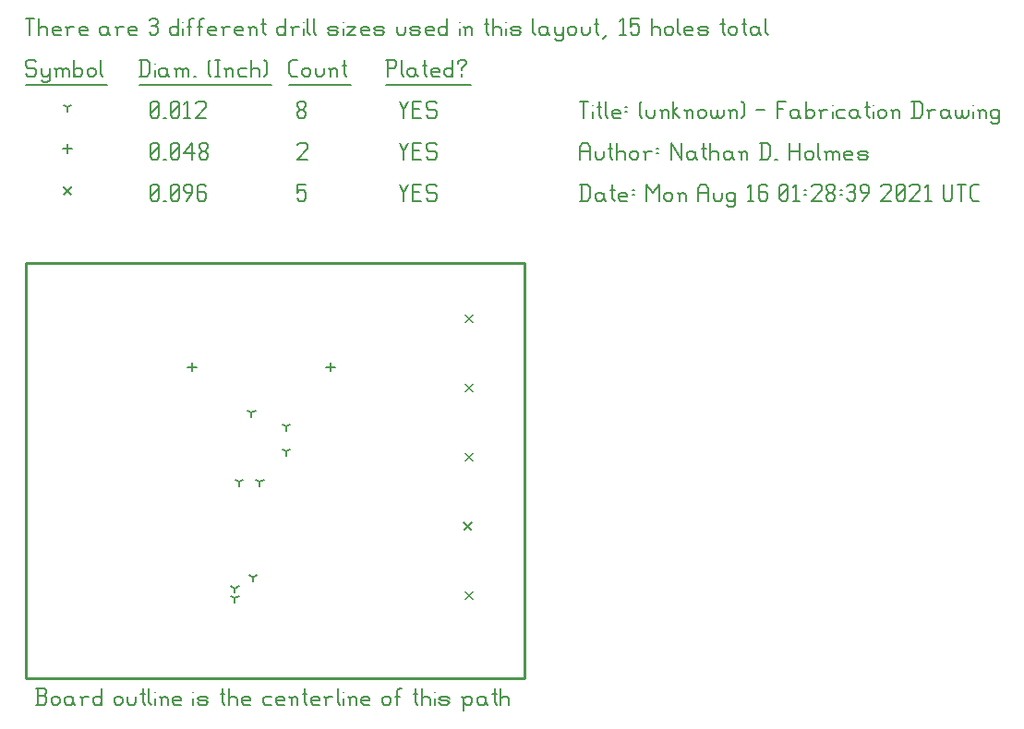
<source format=gbr>
G04 start of page 12 for group -3984 idx -3984 *
G04 Title: (unknown), fab *
G04 Creator: pcb 4.0.2 *
G04 CreationDate: Mon Aug 16 01:28:39 2021 UTC *
G04 For: ndholmes *
G04 Format: Gerber/RS-274X *
G04 PCB-Dimensions (mil): 1800.00 1500.00 *
G04 PCB-Coordinate-Origin: lower left *
%MOIN*%
%FSLAX25Y25*%
%LNFAB*%
%ADD46C,0.0100*%
%ADD45C,0.0075*%
%ADD44C,0.0060*%
%ADD43C,0.0001*%
G54D43*G36*
X158800Y81766D02*X161766Y78800D01*
X161200Y78234D01*
X158234Y81200D01*
X158800Y81766D01*
G37*
G36*
X158234Y78800D02*X161200Y81766D01*
X161766Y81200D01*
X158800Y78234D01*
X158234Y78800D01*
G37*
G36*
X158800Y31766D02*X161766Y28800D01*
X161200Y28234D01*
X158234Y31200D01*
X158800Y31766D01*
G37*
G36*
X158234Y28800D02*X161200Y31766D01*
X161766Y31200D01*
X158800Y28234D01*
X158234Y28800D01*
G37*
G36*
X158300Y56766D02*X161266Y53800D01*
X160700Y53234D01*
X157734Y56200D01*
X158300Y56766D01*
G37*
G36*
X157734Y53800D02*X160700Y56766D01*
X161266Y56200D01*
X158300Y53234D01*
X157734Y53800D01*
G37*
G36*
X158800Y106766D02*X161766Y103800D01*
X161200Y103234D01*
X158234Y106200D01*
X158800Y106766D01*
G37*
G36*
X158234Y103800D02*X161200Y106766D01*
X161766Y106200D01*
X158800Y103234D01*
X158234Y103800D01*
G37*
G36*
X158800Y131766D02*X161766Y128800D01*
X161200Y128234D01*
X158234Y131200D01*
X158800Y131766D01*
G37*
G36*
X158234Y128800D02*X161200Y131766D01*
X161766Y131200D01*
X158800Y128234D01*
X158234Y128800D01*
G37*
G36*
X13800Y178016D02*X16766Y175050D01*
X16200Y174484D01*
X13234Y177450D01*
X13800Y178016D01*
G37*
G36*
X13234Y175050D02*X16200Y178016D01*
X16766Y177450D01*
X13800Y174484D01*
X13234Y175050D01*
G37*
G54D44*X135000Y178500D02*X136500Y175500D01*
X138000Y178500D01*
X136500Y175500D02*Y172500D01*
X139800Y175800D02*X142050D01*
X139800Y172500D02*X142800D01*
X139800Y178500D02*Y172500D01*
Y178500D02*X142800D01*
X147600D02*X148350Y177750D01*
X145350Y178500D02*X147600D01*
X144600Y177750D02*X145350Y178500D01*
X144600Y177750D02*Y176250D01*
X145350Y175500D01*
X147600D01*
X148350Y174750D01*
Y173250D01*
X147600Y172500D02*X148350Y173250D01*
X145350Y172500D02*X147600D01*
X144600Y173250D02*X145350Y172500D01*
X98000Y178500D02*X101000D01*
X98000D02*Y175500D01*
X98750Y176250D01*
X100250D01*
X101000Y175500D01*
Y173250D01*
X100250Y172500D02*X101000Y173250D01*
X98750Y172500D02*X100250D01*
X98000Y173250D02*X98750Y172500D01*
X45000Y173250D02*X45750Y172500D01*
X45000Y177750D02*Y173250D01*
Y177750D02*X45750Y178500D01*
X47250D01*
X48000Y177750D01*
Y173250D01*
X47250Y172500D02*X48000Y173250D01*
X45750Y172500D02*X47250D01*
X45000Y174000D02*X48000Y177000D01*
X49800Y172500D02*X50550D01*
X52350Y173250D02*X53100Y172500D01*
X52350Y177750D02*Y173250D01*
Y177750D02*X53100Y178500D01*
X54600D01*
X55350Y177750D01*
Y173250D01*
X54600Y172500D02*X55350Y173250D01*
X53100Y172500D02*X54600D01*
X52350Y174000D02*X55350Y177000D01*
X57900Y172500D02*X60150Y175500D01*
Y177750D02*Y175500D01*
X59400Y178500D02*X60150Y177750D01*
X57900Y178500D02*X59400D01*
X57150Y177750D02*X57900Y178500D01*
X57150Y177750D02*Y176250D01*
X57900Y175500D01*
X60150D01*
X64200Y178500D02*X64950Y177750D01*
X62700Y178500D02*X64200D01*
X61950Y177750D02*X62700Y178500D01*
X61950Y177750D02*Y173250D01*
X62700Y172500D01*
X64200Y175800D02*X64950Y175050D01*
X61950Y175800D02*X64200D01*
X62700Y172500D02*X64200D01*
X64950Y173250D01*
Y175050D02*Y173250D01*
X110000Y114100D02*Y110900D01*
X108400Y112500D02*X111600D01*
X60000Y114100D02*Y110900D01*
X58400Y112500D02*X61600D01*
X15000Y192850D02*Y189650D01*
X13400Y191250D02*X16600D01*
X135000Y193500D02*X136500Y190500D01*
X138000Y193500D01*
X136500Y190500D02*Y187500D01*
X139800Y190800D02*X142050D01*
X139800Y187500D02*X142800D01*
X139800Y193500D02*Y187500D01*
Y193500D02*X142800D01*
X147600D02*X148350Y192750D01*
X145350Y193500D02*X147600D01*
X144600Y192750D02*X145350Y193500D01*
X144600Y192750D02*Y191250D01*
X145350Y190500D01*
X147600D01*
X148350Y189750D01*
Y188250D01*
X147600Y187500D02*X148350Y188250D01*
X145350Y187500D02*X147600D01*
X144600Y188250D02*X145350Y187500D01*
X98000Y192750D02*X98750Y193500D01*
X101000D01*
X101750Y192750D01*
Y191250D01*
X98000Y187500D02*X101750Y191250D01*
X98000Y187500D02*X101750D01*
X45000Y188250D02*X45750Y187500D01*
X45000Y192750D02*Y188250D01*
Y192750D02*X45750Y193500D01*
X47250D01*
X48000Y192750D01*
Y188250D01*
X47250Y187500D02*X48000Y188250D01*
X45750Y187500D02*X47250D01*
X45000Y189000D02*X48000Y192000D01*
X49800Y187500D02*X50550D01*
X52350Y188250D02*X53100Y187500D01*
X52350Y192750D02*Y188250D01*
Y192750D02*X53100Y193500D01*
X54600D01*
X55350Y192750D01*
Y188250D01*
X54600Y187500D02*X55350Y188250D01*
X53100Y187500D02*X54600D01*
X52350Y189000D02*X55350Y192000D01*
X57150Y189750D02*X60150Y193500D01*
X57150Y189750D02*X60900D01*
X60150Y193500D02*Y187500D01*
X62700Y188250D02*X63450Y187500D01*
X62700Y189450D02*Y188250D01*
Y189450D02*X63750Y190500D01*
X64650D01*
X65700Y189450D01*
Y188250D01*
X64950Y187500D02*X65700Y188250D01*
X63450Y187500D02*X64950D01*
X62700Y191550D02*X63750Y190500D01*
X62700Y192750D02*Y191550D01*
Y192750D02*X63450Y193500D01*
X64950D01*
X65700Y192750D01*
Y191550D01*
X64650Y190500D02*X65700Y191550D01*
X81500Y96000D02*Y94400D01*
Y96000D02*X82887Y96800D01*
X81500Y96000D02*X80113Y96800D01*
X94000Y82000D02*Y80400D01*
Y82000D02*X95387Y82800D01*
X94000Y82000D02*X92613Y82800D01*
X94000Y91000D02*Y89400D01*
Y91000D02*X95387Y91800D01*
X94000Y91000D02*X92613Y91800D01*
X84500Y71000D02*Y69400D01*
Y71000D02*X85887Y71800D01*
X84500Y71000D02*X83113Y71800D01*
X77000Y71000D02*Y69400D01*
Y71000D02*X78387Y71800D01*
X77000Y71000D02*X75613Y71800D01*
X82000Y36500D02*Y34900D01*
Y36500D02*X83387Y37300D01*
X82000Y36500D02*X80613Y37300D01*
X75500Y32500D02*Y30900D01*
Y32500D02*X76887Y33300D01*
X75500Y32500D02*X74113Y33300D01*
X75500Y29000D02*Y27400D01*
Y29000D02*X76887Y29800D01*
X75500Y29000D02*X74113Y29800D01*
X15000Y206250D02*Y204650D01*
Y206250D02*X16387Y207050D01*
X15000Y206250D02*X13613Y207050D01*
X135000Y208500D02*X136500Y205500D01*
X138000Y208500D01*
X136500Y205500D02*Y202500D01*
X139800Y205800D02*X142050D01*
X139800Y202500D02*X142800D01*
X139800Y208500D02*Y202500D01*
Y208500D02*X142800D01*
X147600D02*X148350Y207750D01*
X145350Y208500D02*X147600D01*
X144600Y207750D02*X145350Y208500D01*
X144600Y207750D02*Y206250D01*
X145350Y205500D01*
X147600D01*
X148350Y204750D01*
Y203250D01*
X147600Y202500D02*X148350Y203250D01*
X145350Y202500D02*X147600D01*
X144600Y203250D02*X145350Y202500D01*
X98000Y203250D02*X98750Y202500D01*
X98000Y204450D02*Y203250D01*
Y204450D02*X99050Y205500D01*
X99950D01*
X101000Y204450D01*
Y203250D01*
X100250Y202500D02*X101000Y203250D01*
X98750Y202500D02*X100250D01*
X98000Y206550D02*X99050Y205500D01*
X98000Y207750D02*Y206550D01*
Y207750D02*X98750Y208500D01*
X100250D01*
X101000Y207750D01*
Y206550D01*
X99950Y205500D02*X101000Y206550D01*
X45000Y203250D02*X45750Y202500D01*
X45000Y207750D02*Y203250D01*
Y207750D02*X45750Y208500D01*
X47250D01*
X48000Y207750D01*
Y203250D01*
X47250Y202500D02*X48000Y203250D01*
X45750Y202500D02*X47250D01*
X45000Y204000D02*X48000Y207000D01*
X49800Y202500D02*X50550D01*
X52350Y203250D02*X53100Y202500D01*
X52350Y207750D02*Y203250D01*
Y207750D02*X53100Y208500D01*
X54600D01*
X55350Y207750D01*
Y203250D01*
X54600Y202500D02*X55350Y203250D01*
X53100Y202500D02*X54600D01*
X52350Y204000D02*X55350Y207000D01*
X57150Y207300D02*X58350Y208500D01*
Y202500D01*
X57150D02*X59400D01*
X61200Y207750D02*X61950Y208500D01*
X64200D01*
X64950Y207750D01*
Y206250D01*
X61200Y202500D02*X64950Y206250D01*
X61200Y202500D02*X64950D01*
X3000Y223500D02*X3750Y222750D01*
X750Y223500D02*X3000D01*
X0Y222750D02*X750Y223500D01*
X0Y222750D02*Y221250D01*
X750Y220500D01*
X3000D01*
X3750Y219750D01*
Y218250D01*
X3000Y217500D02*X3750Y218250D01*
X750Y217500D02*X3000D01*
X0Y218250D02*X750Y217500D01*
X5550Y220500D02*Y218250D01*
X6300Y217500D01*
X8550Y220500D02*Y216000D01*
X7800Y215250D02*X8550Y216000D01*
X6300Y215250D02*X7800D01*
X5550Y216000D02*X6300Y215250D01*
Y217500D02*X7800D01*
X8550Y218250D01*
X11100Y219750D02*Y217500D01*
Y219750D02*X11850Y220500D01*
X12600D01*
X13350Y219750D01*
Y217500D01*
Y219750D02*X14100Y220500D01*
X14850D01*
X15600Y219750D01*
Y217500D01*
X10350Y220500D02*X11100Y219750D01*
X17400Y223500D02*Y217500D01*
Y218250D02*X18150Y217500D01*
X19650D01*
X20400Y218250D01*
Y219750D02*Y218250D01*
X19650Y220500D02*X20400Y219750D01*
X18150Y220500D02*X19650D01*
X17400Y219750D02*X18150Y220500D01*
X22200Y219750D02*Y218250D01*
Y219750D02*X22950Y220500D01*
X24450D01*
X25200Y219750D01*
Y218250D01*
X24450Y217500D02*X25200Y218250D01*
X22950Y217500D02*X24450D01*
X22200Y218250D02*X22950Y217500D01*
X27000Y223500D02*Y218250D01*
X27750Y217500D01*
X0Y214250D02*X29250D01*
X41750Y223500D02*Y217500D01*
X43700Y223500D02*X44750Y222450D01*
Y218550D01*
X43700Y217500D02*X44750Y218550D01*
X41000Y217500D02*X43700D01*
X41000Y223500D02*X43700D01*
G54D45*X46550Y222000D02*Y221850D01*
G54D44*Y219750D02*Y217500D01*
X50300Y220500D02*X51050Y219750D01*
X48800Y220500D02*X50300D01*
X48050Y219750D02*X48800Y220500D01*
X48050Y219750D02*Y218250D01*
X48800Y217500D01*
X51050Y220500D02*Y218250D01*
X51800Y217500D01*
X48800D02*X50300D01*
X51050Y218250D01*
X54350Y219750D02*Y217500D01*
Y219750D02*X55100Y220500D01*
X55850D01*
X56600Y219750D01*
Y217500D01*
Y219750D02*X57350Y220500D01*
X58100D01*
X58850Y219750D01*
Y217500D01*
X53600Y220500D02*X54350Y219750D01*
X60650Y217500D02*X61400D01*
X65900Y218250D02*X66650Y217500D01*
X65900Y222750D02*X66650Y223500D01*
X65900Y222750D02*Y218250D01*
X68450Y223500D02*X69950D01*
X69200D02*Y217500D01*
X68450D02*X69950D01*
X72500Y219750D02*Y217500D01*
Y219750D02*X73250Y220500D01*
X74000D01*
X74750Y219750D01*
Y217500D01*
X71750Y220500D02*X72500Y219750D01*
X77300Y220500D02*X79550D01*
X76550Y219750D02*X77300Y220500D01*
X76550Y219750D02*Y218250D01*
X77300Y217500D01*
X79550D01*
X81350Y223500D02*Y217500D01*
Y219750D02*X82100Y220500D01*
X83600D01*
X84350Y219750D01*
Y217500D01*
X86150Y223500D02*X86900Y222750D01*
Y218250D01*
X86150Y217500D02*X86900Y218250D01*
X41000Y214250D02*X88700D01*
X96050Y217500D02*X98000D01*
X95000Y218550D02*X96050Y217500D01*
X95000Y222450D02*Y218550D01*
Y222450D02*X96050Y223500D01*
X98000D01*
X99800Y219750D02*Y218250D01*
Y219750D02*X100550Y220500D01*
X102050D01*
X102800Y219750D01*
Y218250D01*
X102050Y217500D02*X102800Y218250D01*
X100550Y217500D02*X102050D01*
X99800Y218250D02*X100550Y217500D01*
X104600Y220500D02*Y218250D01*
X105350Y217500D01*
X106850D01*
X107600Y218250D01*
Y220500D02*Y218250D01*
X110150Y219750D02*Y217500D01*
Y219750D02*X110900Y220500D01*
X111650D01*
X112400Y219750D01*
Y217500D01*
X109400Y220500D02*X110150Y219750D01*
X114950Y223500D02*Y218250D01*
X115700Y217500D01*
X114200Y221250D02*X115700D01*
X95000Y214250D02*X117200D01*
X130750Y223500D02*Y217500D01*
X130000Y223500D02*X133000D01*
X133750Y222750D01*
Y221250D01*
X133000Y220500D02*X133750Y221250D01*
X130750Y220500D02*X133000D01*
X135550Y223500D02*Y218250D01*
X136300Y217500D01*
X140050Y220500D02*X140800Y219750D01*
X138550Y220500D02*X140050D01*
X137800Y219750D02*X138550Y220500D01*
X137800Y219750D02*Y218250D01*
X138550Y217500D01*
X140800Y220500D02*Y218250D01*
X141550Y217500D01*
X138550D02*X140050D01*
X140800Y218250D01*
X144100Y223500D02*Y218250D01*
X144850Y217500D01*
X143350Y221250D02*X144850D01*
X147100Y217500D02*X149350D01*
X146350Y218250D02*X147100Y217500D01*
X146350Y219750D02*Y218250D01*
Y219750D02*X147100Y220500D01*
X148600D01*
X149350Y219750D01*
X146350Y219000D02*X149350D01*
Y219750D02*Y219000D01*
X154150Y223500D02*Y217500D01*
X153400D02*X154150Y218250D01*
X151900Y217500D02*X153400D01*
X151150Y218250D02*X151900Y217500D01*
X151150Y219750D02*Y218250D01*
Y219750D02*X151900Y220500D01*
X153400D01*
X154150Y219750D01*
X157450Y220500D02*Y219750D01*
Y218250D02*Y217500D01*
X155950Y222750D02*Y222000D01*
Y222750D02*X156700Y223500D01*
X158200D01*
X158950Y222750D01*
Y222000D01*
X157450Y220500D02*X158950Y222000D01*
X130000Y214250D02*X160750D01*
X0Y238500D02*X3000D01*
X1500D02*Y232500D01*
X4800Y238500D02*Y232500D01*
Y234750D02*X5550Y235500D01*
X7050D01*
X7800Y234750D01*
Y232500D01*
X10350D02*X12600D01*
X9600Y233250D02*X10350Y232500D01*
X9600Y234750D02*Y233250D01*
Y234750D02*X10350Y235500D01*
X11850D01*
X12600Y234750D01*
X9600Y234000D02*X12600D01*
Y234750D02*Y234000D01*
X15150Y234750D02*Y232500D01*
Y234750D02*X15900Y235500D01*
X17400D01*
X14400D02*X15150Y234750D01*
X19950Y232500D02*X22200D01*
X19200Y233250D02*X19950Y232500D01*
X19200Y234750D02*Y233250D01*
Y234750D02*X19950Y235500D01*
X21450D01*
X22200Y234750D01*
X19200Y234000D02*X22200D01*
Y234750D02*Y234000D01*
X28950Y235500D02*X29700Y234750D01*
X27450Y235500D02*X28950D01*
X26700Y234750D02*X27450Y235500D01*
X26700Y234750D02*Y233250D01*
X27450Y232500D01*
X29700Y235500D02*Y233250D01*
X30450Y232500D01*
X27450D02*X28950D01*
X29700Y233250D01*
X33000Y234750D02*Y232500D01*
Y234750D02*X33750Y235500D01*
X35250D01*
X32250D02*X33000Y234750D01*
X37800Y232500D02*X40050D01*
X37050Y233250D02*X37800Y232500D01*
X37050Y234750D02*Y233250D01*
Y234750D02*X37800Y235500D01*
X39300D01*
X40050Y234750D01*
X37050Y234000D02*X40050D01*
Y234750D02*Y234000D01*
X44550Y237750D02*X45300Y238500D01*
X46800D01*
X47550Y237750D01*
X46800Y232500D02*X47550Y233250D01*
X45300Y232500D02*X46800D01*
X44550Y233250D02*X45300Y232500D01*
Y235800D02*X46800D01*
X47550Y237750D02*Y236550D01*
Y235050D02*Y233250D01*
Y235050D02*X46800Y235800D01*
X47550Y236550D02*X46800Y235800D01*
X55050Y238500D02*Y232500D01*
X54300D02*X55050Y233250D01*
X52800Y232500D02*X54300D01*
X52050Y233250D02*X52800Y232500D01*
X52050Y234750D02*Y233250D01*
Y234750D02*X52800Y235500D01*
X54300D01*
X55050Y234750D01*
G54D45*X56850Y237000D02*Y236850D01*
G54D44*Y234750D02*Y232500D01*
X59100Y237750D02*Y232500D01*
Y237750D02*X59850Y238500D01*
X60600D01*
X58350Y235500D02*X59850D01*
X62850Y237750D02*Y232500D01*
Y237750D02*X63600Y238500D01*
X64350D01*
X62100Y235500D02*X63600D01*
X66600Y232500D02*X68850D01*
X65850Y233250D02*X66600Y232500D01*
X65850Y234750D02*Y233250D01*
Y234750D02*X66600Y235500D01*
X68100D01*
X68850Y234750D01*
X65850Y234000D02*X68850D01*
Y234750D02*Y234000D01*
X71400Y234750D02*Y232500D01*
Y234750D02*X72150Y235500D01*
X73650D01*
X70650D02*X71400Y234750D01*
X76200Y232500D02*X78450D01*
X75450Y233250D02*X76200Y232500D01*
X75450Y234750D02*Y233250D01*
Y234750D02*X76200Y235500D01*
X77700D01*
X78450Y234750D01*
X75450Y234000D02*X78450D01*
Y234750D02*Y234000D01*
X81000Y234750D02*Y232500D01*
Y234750D02*X81750Y235500D01*
X82500D01*
X83250Y234750D01*
Y232500D01*
X80250Y235500D02*X81000Y234750D01*
X85800Y238500D02*Y233250D01*
X86550Y232500D01*
X85050Y236250D02*X86550D01*
X93750Y238500D02*Y232500D01*
X93000D02*X93750Y233250D01*
X91500Y232500D02*X93000D01*
X90750Y233250D02*X91500Y232500D01*
X90750Y234750D02*Y233250D01*
Y234750D02*X91500Y235500D01*
X93000D01*
X93750Y234750D01*
X96300D02*Y232500D01*
Y234750D02*X97050Y235500D01*
X98550D01*
X95550D02*X96300Y234750D01*
G54D45*X100350Y237000D02*Y236850D01*
G54D44*Y234750D02*Y232500D01*
X101850Y238500D02*Y233250D01*
X102600Y232500D01*
X104100Y238500D02*Y233250D01*
X104850Y232500D01*
X109800D02*X112050D01*
X112800Y233250D01*
X112050Y234000D02*X112800Y233250D01*
X109800Y234000D02*X112050D01*
X109050Y234750D02*X109800Y234000D01*
X109050Y234750D02*X109800Y235500D01*
X112050D01*
X112800Y234750D01*
X109050Y233250D02*X109800Y232500D01*
G54D45*X114600Y237000D02*Y236850D01*
G54D44*Y234750D02*Y232500D01*
X116100Y235500D02*X119100D01*
X116100Y232500D02*X119100Y235500D01*
X116100Y232500D02*X119100D01*
X121650D02*X123900D01*
X120900Y233250D02*X121650Y232500D01*
X120900Y234750D02*Y233250D01*
Y234750D02*X121650Y235500D01*
X123150D01*
X123900Y234750D01*
X120900Y234000D02*X123900D01*
Y234750D02*Y234000D01*
X126450Y232500D02*X128700D01*
X129450Y233250D01*
X128700Y234000D02*X129450Y233250D01*
X126450Y234000D02*X128700D01*
X125700Y234750D02*X126450Y234000D01*
X125700Y234750D02*X126450Y235500D01*
X128700D01*
X129450Y234750D01*
X125700Y233250D02*X126450Y232500D01*
X133950Y235500D02*Y233250D01*
X134700Y232500D01*
X136200D01*
X136950Y233250D01*
Y235500D02*Y233250D01*
X139500Y232500D02*X141750D01*
X142500Y233250D01*
X141750Y234000D02*X142500Y233250D01*
X139500Y234000D02*X141750D01*
X138750Y234750D02*X139500Y234000D01*
X138750Y234750D02*X139500Y235500D01*
X141750D01*
X142500Y234750D01*
X138750Y233250D02*X139500Y232500D01*
X145050D02*X147300D01*
X144300Y233250D02*X145050Y232500D01*
X144300Y234750D02*Y233250D01*
Y234750D02*X145050Y235500D01*
X146550D01*
X147300Y234750D01*
X144300Y234000D02*X147300D01*
Y234750D02*Y234000D01*
X152100Y238500D02*Y232500D01*
X151350D02*X152100Y233250D01*
X149850Y232500D02*X151350D01*
X149100Y233250D02*X149850Y232500D01*
X149100Y234750D02*Y233250D01*
Y234750D02*X149850Y235500D01*
X151350D01*
X152100Y234750D01*
G54D45*X156600Y237000D02*Y236850D01*
G54D44*Y234750D02*Y232500D01*
X158850Y234750D02*Y232500D01*
Y234750D02*X159600Y235500D01*
X160350D01*
X161100Y234750D01*
Y232500D01*
X158100Y235500D02*X158850Y234750D01*
X166350Y238500D02*Y233250D01*
X167100Y232500D01*
X165600Y236250D02*X167100D01*
X168600Y238500D02*Y232500D01*
Y234750D02*X169350Y235500D01*
X170850D01*
X171600Y234750D01*
Y232500D01*
G54D45*X173400Y237000D02*Y236850D01*
G54D44*Y234750D02*Y232500D01*
X175650D02*X177900D01*
X178650Y233250D01*
X177900Y234000D02*X178650Y233250D01*
X175650Y234000D02*X177900D01*
X174900Y234750D02*X175650Y234000D01*
X174900Y234750D02*X175650Y235500D01*
X177900D01*
X178650Y234750D01*
X174900Y233250D02*X175650Y232500D01*
X183150Y238500D02*Y233250D01*
X183900Y232500D01*
X187650Y235500D02*X188400Y234750D01*
X186150Y235500D02*X187650D01*
X185400Y234750D02*X186150Y235500D01*
X185400Y234750D02*Y233250D01*
X186150Y232500D01*
X188400Y235500D02*Y233250D01*
X189150Y232500D01*
X186150D02*X187650D01*
X188400Y233250D01*
X190950Y235500D02*Y233250D01*
X191700Y232500D01*
X193950Y235500D02*Y231000D01*
X193200Y230250D02*X193950Y231000D01*
X191700Y230250D02*X193200D01*
X190950Y231000D02*X191700Y230250D01*
Y232500D02*X193200D01*
X193950Y233250D01*
X195750Y234750D02*Y233250D01*
Y234750D02*X196500Y235500D01*
X198000D01*
X198750Y234750D01*
Y233250D01*
X198000Y232500D02*X198750Y233250D01*
X196500Y232500D02*X198000D01*
X195750Y233250D02*X196500Y232500D01*
X200550Y235500D02*Y233250D01*
X201300Y232500D01*
X202800D01*
X203550Y233250D01*
Y235500D02*Y233250D01*
X206100Y238500D02*Y233250D01*
X206850Y232500D01*
X205350Y236250D02*X206850D01*
X208350Y231000D02*X209850Y232500D01*
X214350Y237300D02*X215550Y238500D01*
Y232500D01*
X214350D02*X216600D01*
X218400Y238500D02*X221400D01*
X218400D02*Y235500D01*
X219150Y236250D01*
X220650D01*
X221400Y235500D01*
Y233250D01*
X220650Y232500D02*X221400Y233250D01*
X219150Y232500D02*X220650D01*
X218400Y233250D02*X219150Y232500D01*
X225900Y238500D02*Y232500D01*
Y234750D02*X226650Y235500D01*
X228150D01*
X228900Y234750D01*
Y232500D01*
X230700Y234750D02*Y233250D01*
Y234750D02*X231450Y235500D01*
X232950D01*
X233700Y234750D01*
Y233250D01*
X232950Y232500D02*X233700Y233250D01*
X231450Y232500D02*X232950D01*
X230700Y233250D02*X231450Y232500D01*
X235500Y238500D02*Y233250D01*
X236250Y232500D01*
X238500D02*X240750D01*
X237750Y233250D02*X238500Y232500D01*
X237750Y234750D02*Y233250D01*
Y234750D02*X238500Y235500D01*
X240000D01*
X240750Y234750D01*
X237750Y234000D02*X240750D01*
Y234750D02*Y234000D01*
X243300Y232500D02*X245550D01*
X246300Y233250D01*
X245550Y234000D02*X246300Y233250D01*
X243300Y234000D02*X245550D01*
X242550Y234750D02*X243300Y234000D01*
X242550Y234750D02*X243300Y235500D01*
X245550D01*
X246300Y234750D01*
X242550Y233250D02*X243300Y232500D01*
X251550Y238500D02*Y233250D01*
X252300Y232500D01*
X250800Y236250D02*X252300D01*
X253800Y234750D02*Y233250D01*
Y234750D02*X254550Y235500D01*
X256050D01*
X256800Y234750D01*
Y233250D01*
X256050Y232500D02*X256800Y233250D01*
X254550Y232500D02*X256050D01*
X253800Y233250D02*X254550Y232500D01*
X259350Y238500D02*Y233250D01*
X260100Y232500D01*
X258600Y236250D02*X260100D01*
X263850Y235500D02*X264600Y234750D01*
X262350Y235500D02*X263850D01*
X261600Y234750D02*X262350Y235500D01*
X261600Y234750D02*Y233250D01*
X262350Y232500D01*
X264600Y235500D02*Y233250D01*
X265350Y232500D01*
X262350D02*X263850D01*
X264600Y233250D01*
X267150Y238500D02*Y233250D01*
X267900Y232500D01*
G54D46*X0Y150000D02*X180000D01*
Y0D01*
X0D01*
Y150000D01*
G54D44*X3675Y-9500D02*X6675D01*
X7425Y-8750D01*
Y-6950D02*Y-8750D01*
X6675Y-6200D02*X7425Y-6950D01*
X4425Y-6200D02*X6675D01*
X4425Y-3500D02*Y-9500D01*
X3675Y-3500D02*X6675D01*
X7425Y-4250D01*
Y-5450D01*
X6675Y-6200D02*X7425Y-5450D01*
X9225Y-7250D02*Y-8750D01*
Y-7250D02*X9975Y-6500D01*
X11475D01*
X12225Y-7250D01*
Y-8750D01*
X11475Y-9500D02*X12225Y-8750D01*
X9975Y-9500D02*X11475D01*
X9225Y-8750D02*X9975Y-9500D01*
X16275Y-6500D02*X17025Y-7250D01*
X14775Y-6500D02*X16275D01*
X14025Y-7250D02*X14775Y-6500D01*
X14025Y-7250D02*Y-8750D01*
X14775Y-9500D01*
X17025Y-6500D02*Y-8750D01*
X17775Y-9500D01*
X14775D02*X16275D01*
X17025Y-8750D01*
X20325Y-7250D02*Y-9500D01*
Y-7250D02*X21075Y-6500D01*
X22575D01*
X19575D02*X20325Y-7250D01*
X27375Y-3500D02*Y-9500D01*
X26625D02*X27375Y-8750D01*
X25125Y-9500D02*X26625D01*
X24375Y-8750D02*X25125Y-9500D01*
X24375Y-7250D02*Y-8750D01*
Y-7250D02*X25125Y-6500D01*
X26625D01*
X27375Y-7250D01*
X31875D02*Y-8750D01*
Y-7250D02*X32625Y-6500D01*
X34125D01*
X34875Y-7250D01*
Y-8750D01*
X34125Y-9500D02*X34875Y-8750D01*
X32625Y-9500D02*X34125D01*
X31875Y-8750D02*X32625Y-9500D01*
X36675Y-6500D02*Y-8750D01*
X37425Y-9500D01*
X38925D01*
X39675Y-8750D01*
Y-6500D02*Y-8750D01*
X42225Y-3500D02*Y-8750D01*
X42975Y-9500D01*
X41475Y-5750D02*X42975D01*
X44475Y-3500D02*Y-8750D01*
X45225Y-9500D01*
G54D45*X46725Y-5000D02*Y-5150D01*
G54D44*Y-7250D02*Y-9500D01*
X48975Y-7250D02*Y-9500D01*
Y-7250D02*X49725Y-6500D01*
X50475D01*
X51225Y-7250D01*
Y-9500D01*
X48225Y-6500D02*X48975Y-7250D01*
X53775Y-9500D02*X56025D01*
X53025Y-8750D02*X53775Y-9500D01*
X53025Y-7250D02*Y-8750D01*
Y-7250D02*X53775Y-6500D01*
X55275D01*
X56025Y-7250D01*
X53025Y-8000D02*X56025D01*
Y-7250D02*Y-8000D01*
G54D45*X60525Y-5000D02*Y-5150D01*
G54D44*Y-7250D02*Y-9500D01*
X62775D02*X65025D01*
X65775Y-8750D01*
X65025Y-8000D02*X65775Y-8750D01*
X62775Y-8000D02*X65025D01*
X62025Y-7250D02*X62775Y-8000D01*
X62025Y-7250D02*X62775Y-6500D01*
X65025D01*
X65775Y-7250D01*
X62025Y-8750D02*X62775Y-9500D01*
X71025Y-3500D02*Y-8750D01*
X71775Y-9500D01*
X70275Y-5750D02*X71775D01*
X73275Y-3500D02*Y-9500D01*
Y-7250D02*X74025Y-6500D01*
X75525D01*
X76275Y-7250D01*
Y-9500D01*
X78825D02*X81075D01*
X78075Y-8750D02*X78825Y-9500D01*
X78075Y-7250D02*Y-8750D01*
Y-7250D02*X78825Y-6500D01*
X80325D01*
X81075Y-7250D01*
X78075Y-8000D02*X81075D01*
Y-7250D02*Y-8000D01*
X86325Y-6500D02*X88575D01*
X85575Y-7250D02*X86325Y-6500D01*
X85575Y-7250D02*Y-8750D01*
X86325Y-9500D01*
X88575D01*
X91125D02*X93375D01*
X90375Y-8750D02*X91125Y-9500D01*
X90375Y-7250D02*Y-8750D01*
Y-7250D02*X91125Y-6500D01*
X92625D01*
X93375Y-7250D01*
X90375Y-8000D02*X93375D01*
Y-7250D02*Y-8000D01*
X95925Y-7250D02*Y-9500D01*
Y-7250D02*X96675Y-6500D01*
X97425D01*
X98175Y-7250D01*
Y-9500D01*
X95175Y-6500D02*X95925Y-7250D01*
X100725Y-3500D02*Y-8750D01*
X101475Y-9500D01*
X99975Y-5750D02*X101475D01*
X103725Y-9500D02*X105975D01*
X102975Y-8750D02*X103725Y-9500D01*
X102975Y-7250D02*Y-8750D01*
Y-7250D02*X103725Y-6500D01*
X105225D01*
X105975Y-7250D01*
X102975Y-8000D02*X105975D01*
Y-7250D02*Y-8000D01*
X108525Y-7250D02*Y-9500D01*
Y-7250D02*X109275Y-6500D01*
X110775D01*
X107775D02*X108525Y-7250D01*
X112575Y-3500D02*Y-8750D01*
X113325Y-9500D01*
G54D45*X114825Y-5000D02*Y-5150D01*
G54D44*Y-7250D02*Y-9500D01*
X117075Y-7250D02*Y-9500D01*
Y-7250D02*X117825Y-6500D01*
X118575D01*
X119325Y-7250D01*
Y-9500D01*
X116325Y-6500D02*X117075Y-7250D01*
X121875Y-9500D02*X124125D01*
X121125Y-8750D02*X121875Y-9500D01*
X121125Y-7250D02*Y-8750D01*
Y-7250D02*X121875Y-6500D01*
X123375D01*
X124125Y-7250D01*
X121125Y-8000D02*X124125D01*
Y-7250D02*Y-8000D01*
X128625Y-7250D02*Y-8750D01*
Y-7250D02*X129375Y-6500D01*
X130875D01*
X131625Y-7250D01*
Y-8750D01*
X130875Y-9500D02*X131625Y-8750D01*
X129375Y-9500D02*X130875D01*
X128625Y-8750D02*X129375Y-9500D01*
X134175Y-4250D02*Y-9500D01*
Y-4250D02*X134925Y-3500D01*
X135675D01*
X133425Y-6500D02*X134925D01*
X140625Y-3500D02*Y-8750D01*
X141375Y-9500D01*
X139875Y-5750D02*X141375D01*
X142875Y-3500D02*Y-9500D01*
Y-7250D02*X143625Y-6500D01*
X145125D01*
X145875Y-7250D01*
Y-9500D01*
G54D45*X147675Y-5000D02*Y-5150D01*
G54D44*Y-7250D02*Y-9500D01*
X149925D02*X152175D01*
X152925Y-8750D01*
X152175Y-8000D02*X152925Y-8750D01*
X149925Y-8000D02*X152175D01*
X149175Y-7250D02*X149925Y-8000D01*
X149175Y-7250D02*X149925Y-6500D01*
X152175D01*
X152925Y-7250D01*
X149175Y-8750D02*X149925Y-9500D01*
X158175Y-7250D02*Y-11750D01*
X157425Y-6500D02*X158175Y-7250D01*
X158925Y-6500D01*
X160425D01*
X161175Y-7250D01*
Y-8750D01*
X160425Y-9500D02*X161175Y-8750D01*
X158925Y-9500D02*X160425D01*
X158175Y-8750D02*X158925Y-9500D01*
X165225Y-6500D02*X165975Y-7250D01*
X163725Y-6500D02*X165225D01*
X162975Y-7250D02*X163725Y-6500D01*
X162975Y-7250D02*Y-8750D01*
X163725Y-9500D01*
X165975Y-6500D02*Y-8750D01*
X166725Y-9500D01*
X163725D02*X165225D01*
X165975Y-8750D01*
X169275Y-3500D02*Y-8750D01*
X170025Y-9500D01*
X168525Y-5750D02*X170025D01*
X171525Y-3500D02*Y-9500D01*
Y-7250D02*X172275Y-6500D01*
X173775D01*
X174525Y-7250D01*
Y-9500D01*
X200750Y178500D02*Y172500D01*
X202700Y178500D02*X203750Y177450D01*
Y173550D01*
X202700Y172500D02*X203750Y173550D01*
X200000Y172500D02*X202700D01*
X200000Y178500D02*X202700D01*
X207800Y175500D02*X208550Y174750D01*
X206300Y175500D02*X207800D01*
X205550Y174750D02*X206300Y175500D01*
X205550Y174750D02*Y173250D01*
X206300Y172500D01*
X208550Y175500D02*Y173250D01*
X209300Y172500D01*
X206300D02*X207800D01*
X208550Y173250D01*
X211850Y178500D02*Y173250D01*
X212600Y172500D01*
X211100Y176250D02*X212600D01*
X214850Y172500D02*X217100D01*
X214100Y173250D02*X214850Y172500D01*
X214100Y174750D02*Y173250D01*
Y174750D02*X214850Y175500D01*
X216350D01*
X217100Y174750D01*
X214100Y174000D02*X217100D01*
Y174750D02*Y174000D01*
X218900Y176250D02*X219650D01*
X218900Y174750D02*X219650D01*
X224150Y178500D02*Y172500D01*
Y178500D02*X226400Y175500D01*
X228650Y178500D01*
Y172500D01*
X230450Y174750D02*Y173250D01*
Y174750D02*X231200Y175500D01*
X232700D01*
X233450Y174750D01*
Y173250D01*
X232700Y172500D02*X233450Y173250D01*
X231200Y172500D02*X232700D01*
X230450Y173250D02*X231200Y172500D01*
X236000Y174750D02*Y172500D01*
Y174750D02*X236750Y175500D01*
X237500D01*
X238250Y174750D01*
Y172500D01*
X235250Y175500D02*X236000Y174750D01*
X242750Y177000D02*Y172500D01*
Y177000D02*X243800Y178500D01*
X245450D01*
X246500Y177000D01*
Y172500D01*
X242750Y175500D02*X246500D01*
X248300D02*Y173250D01*
X249050Y172500D01*
X250550D01*
X251300Y173250D01*
Y175500D02*Y173250D01*
X255350Y175500D02*X256100Y174750D01*
X253850Y175500D02*X255350D01*
X253100Y174750D02*X253850Y175500D01*
X253100Y174750D02*Y173250D01*
X253850Y172500D01*
X255350D01*
X256100Y173250D01*
X253100Y171000D02*X253850Y170250D01*
X255350D01*
X256100Y171000D01*
Y175500D02*Y171000D01*
X260600Y177300D02*X261800Y178500D01*
Y172500D01*
X260600D02*X262850D01*
X266900Y178500D02*X267650Y177750D01*
X265400Y178500D02*X266900D01*
X264650Y177750D02*X265400Y178500D01*
X264650Y177750D02*Y173250D01*
X265400Y172500D01*
X266900Y175800D02*X267650Y175050D01*
X264650Y175800D02*X266900D01*
X265400Y172500D02*X266900D01*
X267650Y173250D01*
Y175050D02*Y173250D01*
X272150D02*X272900Y172500D01*
X272150Y177750D02*Y173250D01*
Y177750D02*X272900Y178500D01*
X274400D01*
X275150Y177750D01*
Y173250D01*
X274400Y172500D02*X275150Y173250D01*
X272900Y172500D02*X274400D01*
X272150Y174000D02*X275150Y177000D01*
X276950Y177300D02*X278150Y178500D01*
Y172500D01*
X276950D02*X279200D01*
X281000Y176250D02*X281750D01*
X281000Y174750D02*X281750D01*
X283550Y177750D02*X284300Y178500D01*
X286550D01*
X287300Y177750D01*
Y176250D01*
X283550Y172500D02*X287300Y176250D01*
X283550Y172500D02*X287300D01*
X289100Y173250D02*X289850Y172500D01*
X289100Y174450D02*Y173250D01*
Y174450D02*X290150Y175500D01*
X291050D01*
X292100Y174450D01*
Y173250D01*
X291350Y172500D02*X292100Y173250D01*
X289850Y172500D02*X291350D01*
X289100Y176550D02*X290150Y175500D01*
X289100Y177750D02*Y176550D01*
Y177750D02*X289850Y178500D01*
X291350D01*
X292100Y177750D01*
Y176550D01*
X291050Y175500D02*X292100Y176550D01*
X293900Y176250D02*X294650D01*
X293900Y174750D02*X294650D01*
X296450Y177750D02*X297200Y178500D01*
X298700D01*
X299450Y177750D01*
X298700Y172500D02*X299450Y173250D01*
X297200Y172500D02*X298700D01*
X296450Y173250D02*X297200Y172500D01*
Y175800D02*X298700D01*
X299450Y177750D02*Y176550D01*
Y175050D02*Y173250D01*
Y175050D02*X298700Y175800D01*
X299450Y176550D02*X298700Y175800D01*
X302000Y172500D02*X304250Y175500D01*
Y177750D02*Y175500D01*
X303500Y178500D02*X304250Y177750D01*
X302000Y178500D02*X303500D01*
X301250Y177750D02*X302000Y178500D01*
X301250Y177750D02*Y176250D01*
X302000Y175500D01*
X304250D01*
X308750Y177750D02*X309500Y178500D01*
X311750D01*
X312500Y177750D01*
Y176250D01*
X308750Y172500D02*X312500Y176250D01*
X308750Y172500D02*X312500D01*
X314300Y173250D02*X315050Y172500D01*
X314300Y177750D02*Y173250D01*
Y177750D02*X315050Y178500D01*
X316550D01*
X317300Y177750D01*
Y173250D01*
X316550Y172500D02*X317300Y173250D01*
X315050Y172500D02*X316550D01*
X314300Y174000D02*X317300Y177000D01*
X319100Y177750D02*X319850Y178500D01*
X322100D01*
X322850Y177750D01*
Y176250D01*
X319100Y172500D02*X322850Y176250D01*
X319100Y172500D02*X322850D01*
X324650Y177300D02*X325850Y178500D01*
Y172500D01*
X324650D02*X326900D01*
X331400Y178500D02*Y173250D01*
X332150Y172500D01*
X333650D01*
X334400Y173250D01*
Y178500D02*Y173250D01*
X336200Y178500D02*X339200D01*
X337700D02*Y172500D01*
X342050D02*X344000D01*
X341000Y173550D02*X342050Y172500D01*
X341000Y177450D02*Y173550D01*
Y177450D02*X342050Y178500D01*
X344000D01*
X200000Y192000D02*Y187500D01*
Y192000D02*X201050Y193500D01*
X202700D01*
X203750Y192000D01*
Y187500D01*
X200000Y190500D02*X203750D01*
X205550D02*Y188250D01*
X206300Y187500D01*
X207800D01*
X208550Y188250D01*
Y190500D02*Y188250D01*
X211100Y193500D02*Y188250D01*
X211850Y187500D01*
X210350Y191250D02*X211850D01*
X213350Y193500D02*Y187500D01*
Y189750D02*X214100Y190500D01*
X215600D01*
X216350Y189750D01*
Y187500D01*
X218150Y189750D02*Y188250D01*
Y189750D02*X218900Y190500D01*
X220400D01*
X221150Y189750D01*
Y188250D01*
X220400Y187500D02*X221150Y188250D01*
X218900Y187500D02*X220400D01*
X218150Y188250D02*X218900Y187500D01*
X223700Y189750D02*Y187500D01*
Y189750D02*X224450Y190500D01*
X225950D01*
X222950D02*X223700Y189750D01*
X227750Y191250D02*X228500D01*
X227750Y189750D02*X228500D01*
X233000Y193500D02*Y187500D01*
Y193500D02*X236750Y187500D01*
Y193500D02*Y187500D01*
X240800Y190500D02*X241550Y189750D01*
X239300Y190500D02*X240800D01*
X238550Y189750D02*X239300Y190500D01*
X238550Y189750D02*Y188250D01*
X239300Y187500D01*
X241550Y190500D02*Y188250D01*
X242300Y187500D01*
X239300D02*X240800D01*
X241550Y188250D01*
X244850Y193500D02*Y188250D01*
X245600Y187500D01*
X244100Y191250D02*X245600D01*
X247100Y193500D02*Y187500D01*
Y189750D02*X247850Y190500D01*
X249350D01*
X250100Y189750D01*
Y187500D01*
X254150Y190500D02*X254900Y189750D01*
X252650Y190500D02*X254150D01*
X251900Y189750D02*X252650Y190500D01*
X251900Y189750D02*Y188250D01*
X252650Y187500D01*
X254900Y190500D02*Y188250D01*
X255650Y187500D01*
X252650D02*X254150D01*
X254900Y188250D01*
X258200Y189750D02*Y187500D01*
Y189750D02*X258950Y190500D01*
X259700D01*
X260450Y189750D01*
Y187500D01*
X257450Y190500D02*X258200Y189750D01*
X265700Y193500D02*Y187500D01*
X267650Y193500D02*X268700Y192450D01*
Y188550D01*
X267650Y187500D02*X268700Y188550D01*
X264950Y187500D02*X267650D01*
X264950Y193500D02*X267650D01*
X270500Y187500D02*X271250D01*
X275750Y193500D02*Y187500D01*
X279500Y193500D02*Y187500D01*
X275750Y190500D02*X279500D01*
X281300Y189750D02*Y188250D01*
Y189750D02*X282050Y190500D01*
X283550D01*
X284300Y189750D01*
Y188250D01*
X283550Y187500D02*X284300Y188250D01*
X282050Y187500D02*X283550D01*
X281300Y188250D02*X282050Y187500D01*
X286100Y193500D02*Y188250D01*
X286850Y187500D01*
X289100Y189750D02*Y187500D01*
Y189750D02*X289850Y190500D01*
X290600D01*
X291350Y189750D01*
Y187500D01*
Y189750D02*X292100Y190500D01*
X292850D01*
X293600Y189750D01*
Y187500D01*
X288350Y190500D02*X289100Y189750D01*
X296150Y187500D02*X298400D01*
X295400Y188250D02*X296150Y187500D01*
X295400Y189750D02*Y188250D01*
Y189750D02*X296150Y190500D01*
X297650D01*
X298400Y189750D01*
X295400Y189000D02*X298400D01*
Y189750D02*Y189000D01*
X300950Y187500D02*X303200D01*
X303950Y188250D01*
X303200Y189000D02*X303950Y188250D01*
X300950Y189000D02*X303200D01*
X300200Y189750D02*X300950Y189000D01*
X300200Y189750D02*X300950Y190500D01*
X303200D01*
X303950Y189750D01*
X300200Y188250D02*X300950Y187500D01*
X200000Y208500D02*X203000D01*
X201500D02*Y202500D01*
G54D45*X204800Y207000D02*Y206850D01*
G54D44*Y204750D02*Y202500D01*
X207050Y208500D02*Y203250D01*
X207800Y202500D01*
X206300Y206250D02*X207800D01*
X209300Y208500D02*Y203250D01*
X210050Y202500D01*
X212300D02*X214550D01*
X211550Y203250D02*X212300Y202500D01*
X211550Y204750D02*Y203250D01*
Y204750D02*X212300Y205500D01*
X213800D01*
X214550Y204750D01*
X211550Y204000D02*X214550D01*
Y204750D02*Y204000D01*
X216350Y206250D02*X217100D01*
X216350Y204750D02*X217100D01*
X221600Y203250D02*X222350Y202500D01*
X221600Y207750D02*X222350Y208500D01*
X221600Y207750D02*Y203250D01*
X224150Y205500D02*Y203250D01*
X224900Y202500D01*
X226400D01*
X227150Y203250D01*
Y205500D02*Y203250D01*
X229700Y204750D02*Y202500D01*
Y204750D02*X230450Y205500D01*
X231200D01*
X231950Y204750D01*
Y202500D01*
X228950Y205500D02*X229700Y204750D01*
X233750Y208500D02*Y202500D01*
Y204750D02*X236000Y202500D01*
X233750Y204750D02*X235250Y206250D01*
X238550Y204750D02*Y202500D01*
Y204750D02*X239300Y205500D01*
X240050D01*
X240800Y204750D01*
Y202500D01*
X237800Y205500D02*X238550Y204750D01*
X242600D02*Y203250D01*
Y204750D02*X243350Y205500D01*
X244850D01*
X245600Y204750D01*
Y203250D01*
X244850Y202500D02*X245600Y203250D01*
X243350Y202500D02*X244850D01*
X242600Y203250D02*X243350Y202500D01*
X247400Y205500D02*Y203250D01*
X248150Y202500D01*
X248900D01*
X249650Y203250D01*
Y205500D02*Y203250D01*
X250400Y202500D01*
X251150D01*
X251900Y203250D01*
Y205500D02*Y203250D01*
X254450Y204750D02*Y202500D01*
Y204750D02*X255200Y205500D01*
X255950D01*
X256700Y204750D01*
Y202500D01*
X253700Y205500D02*X254450Y204750D01*
X258500Y208500D02*X259250Y207750D01*
Y203250D01*
X258500Y202500D02*X259250Y203250D01*
X263750Y205500D02*X266750D01*
X271250Y208500D02*Y202500D01*
Y208500D02*X274250D01*
X271250Y205800D02*X273500D01*
X278300Y205500D02*X279050Y204750D01*
X276800Y205500D02*X278300D01*
X276050Y204750D02*X276800Y205500D01*
X276050Y204750D02*Y203250D01*
X276800Y202500D01*
X279050Y205500D02*Y203250D01*
X279800Y202500D01*
X276800D02*X278300D01*
X279050Y203250D01*
X281600Y208500D02*Y202500D01*
Y203250D02*X282350Y202500D01*
X283850D01*
X284600Y203250D01*
Y204750D02*Y203250D01*
X283850Y205500D02*X284600Y204750D01*
X282350Y205500D02*X283850D01*
X281600Y204750D02*X282350Y205500D01*
X287150Y204750D02*Y202500D01*
Y204750D02*X287900Y205500D01*
X289400D01*
X286400D02*X287150Y204750D01*
G54D45*X291200Y207000D02*Y206850D01*
G54D44*Y204750D02*Y202500D01*
X293450Y205500D02*X295700D01*
X292700Y204750D02*X293450Y205500D01*
X292700Y204750D02*Y203250D01*
X293450Y202500D01*
X295700D01*
X299750Y205500D02*X300500Y204750D01*
X298250Y205500D02*X299750D01*
X297500Y204750D02*X298250Y205500D01*
X297500Y204750D02*Y203250D01*
X298250Y202500D01*
X300500Y205500D02*Y203250D01*
X301250Y202500D01*
X298250D02*X299750D01*
X300500Y203250D01*
X303800Y208500D02*Y203250D01*
X304550Y202500D01*
X303050Y206250D02*X304550D01*
G54D45*X306050Y207000D02*Y206850D01*
G54D44*Y204750D02*Y202500D01*
X307550Y204750D02*Y203250D01*
Y204750D02*X308300Y205500D01*
X309800D01*
X310550Y204750D01*
Y203250D01*
X309800Y202500D02*X310550Y203250D01*
X308300Y202500D02*X309800D01*
X307550Y203250D02*X308300Y202500D01*
X313100Y204750D02*Y202500D01*
Y204750D02*X313850Y205500D01*
X314600D01*
X315350Y204750D01*
Y202500D01*
X312350Y205500D02*X313100Y204750D01*
X320600Y208500D02*Y202500D01*
X322550Y208500D02*X323600Y207450D01*
Y203550D01*
X322550Y202500D02*X323600Y203550D01*
X319850Y202500D02*X322550D01*
X319850Y208500D02*X322550D01*
X326150Y204750D02*Y202500D01*
Y204750D02*X326900Y205500D01*
X328400D01*
X325400D02*X326150Y204750D01*
X332450Y205500D02*X333200Y204750D01*
X330950Y205500D02*X332450D01*
X330200Y204750D02*X330950Y205500D01*
X330200Y204750D02*Y203250D01*
X330950Y202500D01*
X333200Y205500D02*Y203250D01*
X333950Y202500D01*
X330950D02*X332450D01*
X333200Y203250D01*
X335750Y205500D02*Y203250D01*
X336500Y202500D01*
X337250D01*
X338000Y203250D01*
Y205500D02*Y203250D01*
X338750Y202500D01*
X339500D01*
X340250Y203250D01*
Y205500D02*Y203250D01*
G54D45*X342050Y207000D02*Y206850D01*
G54D44*Y204750D02*Y202500D01*
X344300Y204750D02*Y202500D01*
Y204750D02*X345050Y205500D01*
X345800D01*
X346550Y204750D01*
Y202500D01*
X343550Y205500D02*X344300Y204750D01*
X350600Y205500D02*X351350Y204750D01*
X349100Y205500D02*X350600D01*
X348350Y204750D02*X349100Y205500D01*
X348350Y204750D02*Y203250D01*
X349100Y202500D01*
X350600D01*
X351350Y203250D01*
X348350Y201000D02*X349100Y200250D01*
X350600D01*
X351350Y201000D01*
Y205500D02*Y201000D01*
M02*

</source>
